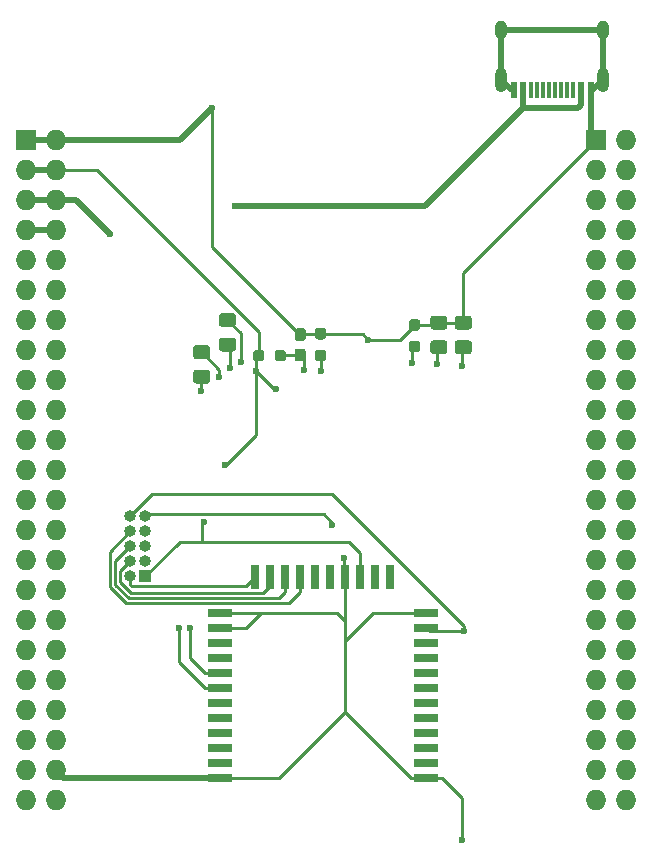
<source format=gbr>
%TF.GenerationSoftware,KiCad,Pcbnew,(5.1.7-0-10_14)*%
%TF.CreationDate,2020-11-05T11:20:50+08:00*%
%TF.ProjectId,bbb_cape,6262625f-6361-4706-952e-6b696361645f,rev?*%
%TF.SameCoordinates,Original*%
%TF.FileFunction,Copper,L2,Bot*%
%TF.FilePolarity,Positive*%
%FSLAX46Y46*%
G04 Gerber Fmt 4.6, Leading zero omitted, Abs format (unit mm)*
G04 Created by KiCad (PCBNEW (5.1.7-0-10_14)) date 2020-11-05 11:20:50*
%MOMM*%
%LPD*%
G01*
G04 APERTURE LIST*
%TA.AperFunction,ComponentPad*%
%ADD10O,1.000000X1.000000*%
%TD*%
%TA.AperFunction,ComponentPad*%
%ADD11R,1.000000X1.000000*%
%TD*%
%TA.AperFunction,SMDPad,CuDef*%
%ADD12R,0.600000X1.450000*%
%TD*%
%TA.AperFunction,SMDPad,CuDef*%
%ADD13R,0.300000X1.450000*%
%TD*%
%TA.AperFunction,ComponentPad*%
%ADD14O,1.000000X2.100000*%
%TD*%
%TA.AperFunction,ComponentPad*%
%ADD15O,1.000000X1.600000*%
%TD*%
%TA.AperFunction,SMDPad,CuDef*%
%ADD16R,0.800001X2.000001*%
%TD*%
%TA.AperFunction,SMDPad,CuDef*%
%ADD17R,2.000001X0.800001*%
%TD*%
%TA.AperFunction,ComponentPad*%
%ADD18R,1.727200X1.727200*%
%TD*%
%TA.AperFunction,ComponentPad*%
%ADD19O,1.727200X1.727200*%
%TD*%
%TA.AperFunction,ViaPad*%
%ADD20C,0.600000*%
%TD*%
%TA.AperFunction,Conductor*%
%ADD21C,0.250000*%
%TD*%
%TA.AperFunction,Conductor*%
%ADD22C,0.500000*%
%TD*%
G04 APERTURE END LIST*
D10*
%TO.P,CON1,9*%
%TO.N,GND*%
X126485100Y-94222400D03*
%TO.P,CON1,10*%
%TO.N,/nRESET*%
X125215100Y-94222400D03*
%TO.P,CON1,7*%
%TO.N,Net-(CON1-Pad7)*%
X126485100Y-95492400D03*
%TO.P,CON1,8*%
%TO.N,/DIO_17*%
X125215100Y-95492400D03*
%TO.P,CON1,5*%
%TO.N,/TXD*%
X126485100Y-96762400D03*
%TO.P,CON1,6*%
%TO.N,/DIO_16*%
X125215100Y-96762400D03*
%TO.P,CON1,3*%
%TO.N,/RXD*%
X126485100Y-98032400D03*
%TO.P,CON1,4*%
%TO.N,/JTAG_TCK*%
X125215100Y-98032400D03*
%TO.P,CON1,2*%
%TO.N,/JTAG_TMS*%
X125215100Y-99302400D03*
D11*
%TO.P,CON1,1*%
%TO.N,+3V3*%
X126485100Y-99302400D03*
%TD*%
%TO.P,R3,2*%
%TO.N,GND*%
%TA.AperFunction,SMDPad,CuDef*%
G36*
G01*
X141567600Y-79257400D02*
X141092600Y-79257400D01*
G75*
G02*
X140855100Y-79019900I0J237500D01*
G01*
X140855100Y-78519900D01*
G75*
G02*
X141092600Y-78282400I237500J0D01*
G01*
X141567600Y-78282400D01*
G75*
G02*
X141805100Y-78519900I0J-237500D01*
G01*
X141805100Y-79019900D01*
G75*
G02*
X141567600Y-79257400I-237500J0D01*
G01*
G37*
%TD.AperFunction*%
%TO.P,R3,1*%
%TO.N,Net-(OLED1-Pad13)*%
%TA.AperFunction,SMDPad,CuDef*%
G36*
G01*
X141567600Y-81082400D02*
X141092600Y-81082400D01*
G75*
G02*
X140855100Y-80844900I0J237500D01*
G01*
X140855100Y-80344900D01*
G75*
G02*
X141092600Y-80107400I237500J0D01*
G01*
X141567600Y-80107400D01*
G75*
G02*
X141805100Y-80344900I0J-237500D01*
G01*
X141805100Y-80844900D01*
G75*
G02*
X141567600Y-81082400I-237500J0D01*
G01*
G37*
%TD.AperFunction*%
%TD*%
%TO.P,R2,2*%
%TO.N,Net-(C2-Pad1)*%
%TA.AperFunction,SMDPad,CuDef*%
G36*
G01*
X137435100Y-80859900D02*
X137435100Y-80384900D01*
G75*
G02*
X137672600Y-80147400I237500J0D01*
G01*
X138172600Y-80147400D01*
G75*
G02*
X138410100Y-80384900I0J-237500D01*
G01*
X138410100Y-80859900D01*
G75*
G02*
X138172600Y-81097400I-237500J0D01*
G01*
X137672600Y-81097400D01*
G75*
G02*
X137435100Y-80859900I0J237500D01*
G01*
G37*
%TD.AperFunction*%
%TO.P,R2,1*%
%TO.N,+3V3*%
%TA.AperFunction,SMDPad,CuDef*%
G36*
G01*
X135610100Y-80859900D02*
X135610100Y-80384900D01*
G75*
G02*
X135847600Y-80147400I237500J0D01*
G01*
X136347600Y-80147400D01*
G75*
G02*
X136585100Y-80384900I0J-237500D01*
G01*
X136585100Y-80859900D01*
G75*
G02*
X136347600Y-81097400I-237500J0D01*
G01*
X135847600Y-81097400D01*
G75*
G02*
X135610100Y-80859900I0J237500D01*
G01*
G37*
%TD.AperFunction*%
%TD*%
%TO.P,R1,2*%
%TO.N,Net-(OLED1-Pad24)*%
%TA.AperFunction,SMDPad,CuDef*%
G36*
G01*
X149052600Y-79357400D02*
X149527600Y-79357400D01*
G75*
G02*
X149765100Y-79594900I0J-237500D01*
G01*
X149765100Y-80094900D01*
G75*
G02*
X149527600Y-80332400I-237500J0D01*
G01*
X149052600Y-80332400D01*
G75*
G02*
X148815100Y-80094900I0J237500D01*
G01*
X148815100Y-79594900D01*
G75*
G02*
X149052600Y-79357400I237500J0D01*
G01*
G37*
%TD.AperFunction*%
%TO.P,R1,1*%
%TO.N,GND*%
%TA.AperFunction,SMDPad,CuDef*%
G36*
G01*
X149052600Y-77532400D02*
X149527600Y-77532400D01*
G75*
G02*
X149765100Y-77769900I0J-237500D01*
G01*
X149765100Y-78269900D01*
G75*
G02*
X149527600Y-78507400I-237500J0D01*
G01*
X149052600Y-78507400D01*
G75*
G02*
X148815100Y-78269900I0J237500D01*
G01*
X148815100Y-77769900D01*
G75*
G02*
X149052600Y-77532400I237500J0D01*
G01*
G37*
%TD.AperFunction*%
%TD*%
%TO.P,C6,2*%
%TO.N,Net-(C6-Pad2)*%
%TA.AperFunction,SMDPad,CuDef*%
G36*
G01*
X152945100Y-79322400D02*
X153895100Y-79322400D01*
G75*
G02*
X154145100Y-79572400I0J-250000D01*
G01*
X154145100Y-80247400D01*
G75*
G02*
X153895100Y-80497400I-250000J0D01*
G01*
X152945100Y-80497400D01*
G75*
G02*
X152695100Y-80247400I0J250000D01*
G01*
X152695100Y-79572400D01*
G75*
G02*
X152945100Y-79322400I250000J0D01*
G01*
G37*
%TD.AperFunction*%
%TO.P,C6,1*%
%TO.N,GND*%
%TA.AperFunction,SMDPad,CuDef*%
G36*
G01*
X152945100Y-77247400D02*
X153895100Y-77247400D01*
G75*
G02*
X154145100Y-77497400I0J-250000D01*
G01*
X154145100Y-78172400D01*
G75*
G02*
X153895100Y-78422400I-250000J0D01*
G01*
X152945100Y-78422400D01*
G75*
G02*
X152695100Y-78172400I0J250000D01*
G01*
X152695100Y-77497400D01*
G75*
G02*
X152945100Y-77247400I250000J0D01*
G01*
G37*
%TD.AperFunction*%
%TD*%
%TO.P,C5,2*%
%TO.N,Net-(C5-Pad2)*%
%TA.AperFunction,SMDPad,CuDef*%
G36*
G01*
X150875100Y-79322400D02*
X151825100Y-79322400D01*
G75*
G02*
X152075100Y-79572400I0J-250000D01*
G01*
X152075100Y-80247400D01*
G75*
G02*
X151825100Y-80497400I-250000J0D01*
G01*
X150875100Y-80497400D01*
G75*
G02*
X150625100Y-80247400I0J250000D01*
G01*
X150625100Y-79572400D01*
G75*
G02*
X150875100Y-79322400I250000J0D01*
G01*
G37*
%TD.AperFunction*%
%TO.P,C5,1*%
%TO.N,GND*%
%TA.AperFunction,SMDPad,CuDef*%
G36*
G01*
X150875100Y-77247400D02*
X151825100Y-77247400D01*
G75*
G02*
X152075100Y-77497400I0J-250000D01*
G01*
X152075100Y-78172400D01*
G75*
G02*
X151825100Y-78422400I-250000J0D01*
G01*
X150875100Y-78422400D01*
G75*
G02*
X150625100Y-78172400I0J250000D01*
G01*
X150625100Y-77497400D01*
G75*
G02*
X150875100Y-77247400I250000J0D01*
G01*
G37*
%TD.AperFunction*%
%TD*%
%TO.P,C4,2*%
%TO.N,Net-(C4-Pad2)*%
%TA.AperFunction,SMDPad,CuDef*%
G36*
G01*
X133925100Y-78202400D02*
X132975100Y-78202400D01*
G75*
G02*
X132725100Y-77952400I0J250000D01*
G01*
X132725100Y-77277400D01*
G75*
G02*
X132975100Y-77027400I250000J0D01*
G01*
X133925100Y-77027400D01*
G75*
G02*
X134175100Y-77277400I0J-250000D01*
G01*
X134175100Y-77952400D01*
G75*
G02*
X133925100Y-78202400I-250000J0D01*
G01*
G37*
%TD.AperFunction*%
%TO.P,C4,1*%
%TO.N,Net-(C4-Pad1)*%
%TA.AperFunction,SMDPad,CuDef*%
G36*
G01*
X133925100Y-80277400D02*
X132975100Y-80277400D01*
G75*
G02*
X132725100Y-80027400I0J250000D01*
G01*
X132725100Y-79352400D01*
G75*
G02*
X132975100Y-79102400I250000J0D01*
G01*
X133925100Y-79102400D01*
G75*
G02*
X134175100Y-79352400I0J-250000D01*
G01*
X134175100Y-80027400D01*
G75*
G02*
X133925100Y-80277400I-250000J0D01*
G01*
G37*
%TD.AperFunction*%
%TD*%
%TO.P,C3,2*%
%TO.N,Net-(C3-Pad2)*%
%TA.AperFunction,SMDPad,CuDef*%
G36*
G01*
X131735100Y-80922400D02*
X130785100Y-80922400D01*
G75*
G02*
X130535100Y-80672400I0J250000D01*
G01*
X130535100Y-79997400D01*
G75*
G02*
X130785100Y-79747400I250000J0D01*
G01*
X131735100Y-79747400D01*
G75*
G02*
X131985100Y-79997400I0J-250000D01*
G01*
X131985100Y-80672400D01*
G75*
G02*
X131735100Y-80922400I-250000J0D01*
G01*
G37*
%TD.AperFunction*%
%TO.P,C3,1*%
%TO.N,Net-(C3-Pad1)*%
%TA.AperFunction,SMDPad,CuDef*%
G36*
G01*
X131735100Y-82997400D02*
X130785100Y-82997400D01*
G75*
G02*
X130535100Y-82747400I0J250000D01*
G01*
X130535100Y-82072400D01*
G75*
G02*
X130785100Y-81822400I250000J0D01*
G01*
X131735100Y-81822400D01*
G75*
G02*
X131985100Y-82072400I0J-250000D01*
G01*
X131985100Y-82747400D01*
G75*
G02*
X131735100Y-82997400I-250000J0D01*
G01*
G37*
%TD.AperFunction*%
%TD*%
%TO.P,C2,2*%
%TO.N,GND*%
%TA.AperFunction,SMDPad,CuDef*%
G36*
G01*
X139847600Y-79377400D02*
X139372600Y-79377400D01*
G75*
G02*
X139135100Y-79139900I0J237500D01*
G01*
X139135100Y-78539900D01*
G75*
G02*
X139372600Y-78302400I237500J0D01*
G01*
X139847600Y-78302400D01*
G75*
G02*
X140085100Y-78539900I0J-237500D01*
G01*
X140085100Y-79139900D01*
G75*
G02*
X139847600Y-79377400I-237500J0D01*
G01*
G37*
%TD.AperFunction*%
%TO.P,C2,1*%
%TO.N,Net-(C2-Pad1)*%
%TA.AperFunction,SMDPad,CuDef*%
G36*
G01*
X139847600Y-81102400D02*
X139372600Y-81102400D01*
G75*
G02*
X139135100Y-80864900I0J237500D01*
G01*
X139135100Y-80264900D01*
G75*
G02*
X139372600Y-80027400I237500J0D01*
G01*
X139847600Y-80027400D01*
G75*
G02*
X140085100Y-80264900I0J-237500D01*
G01*
X140085100Y-80864900D01*
G75*
G02*
X139847600Y-81102400I-237500J0D01*
G01*
G37*
%TD.AperFunction*%
%TD*%
D12*
%TO.P,J1,B1*%
%TO.N,GND*%
X164190100Y-58167400D03*
%TO.P,J1,A9*%
%TO.N,+5V*%
X163390100Y-58167400D03*
%TO.P,J1,B9*%
X158490100Y-58167400D03*
%TO.P,J1,B12*%
%TO.N,GND*%
X157690100Y-58167400D03*
%TO.P,J1,A1*%
X157690100Y-58167400D03*
%TO.P,J1,A4*%
%TO.N,+5V*%
X158490100Y-58167400D03*
%TO.P,J1,B4*%
X163390100Y-58167400D03*
%TO.P,J1,A12*%
%TO.N,GND*%
X164190100Y-58167400D03*
D13*
%TO.P,J1,B8*%
%TO.N,Net-(J1-PadB8)*%
X159190100Y-58167400D03*
%TO.P,J1,A5*%
%TO.N,Net-(J1-PadA5)*%
X159690100Y-58167400D03*
%TO.P,J1,B7*%
%TO.N,Net-(J1-PadB7)*%
X160190100Y-58167400D03*
%TO.P,J1,A7*%
%TO.N,Net-(J1-PadA7)*%
X161190100Y-58167400D03*
%TO.P,J1,B6*%
%TO.N,Net-(J1-PadB6)*%
X161690100Y-58167400D03*
%TO.P,J1,A8*%
%TO.N,Net-(J1-PadA8)*%
X162190100Y-58167400D03*
%TO.P,J1,B5*%
%TO.N,Net-(J1-PadB5)*%
X162690100Y-58167400D03*
%TO.P,J1,A6*%
%TO.N,Net-(J1-PadA6)*%
X160690100Y-58167400D03*
D14*
%TO.P,J1,S1*%
%TO.N,GND*%
X165260100Y-57252400D03*
X156620100Y-57252400D03*
D15*
X156620100Y-53072400D03*
X165260100Y-53072400D03*
%TD*%
D16*
%TO.P,U1,13*%
%TO.N,/JTAG_TMS*%
X135815054Y-99372400D03*
%TO.P,U1,14*%
%TO.N,/JTAG_TCK*%
X137085054Y-99372400D03*
%TO.P,U1,15*%
%TO.N,/DIO_16*%
X138355054Y-99372400D03*
%TO.P,U1,16*%
%TO.N,/DIO_17*%
X139625054Y-99372400D03*
D17*
%TO.P,U1,1*%
%TO.N,GND*%
X132780008Y-116377446D03*
%TO.P,U1,2*%
%TO.N,/DIO_7*%
X132780008Y-115107446D03*
%TO.P,U1,3*%
%TO.N,/DIO_8*%
X132780008Y-113837446D03*
%TO.P,U1,4*%
%TO.N,/DIO_9*%
X132780008Y-112567446D03*
%TO.P,U1,5*%
%TO.N,/DIO_10*%
X132780008Y-111297446D03*
%TO.P,U1,6*%
%TO.N,/DIO_11*%
X132780008Y-110027446D03*
%TO.P,U1,7*%
%TO.N,/RXD*%
X132780008Y-108757446D03*
%TO.P,U1,8*%
%TO.N,/TXD*%
X132780008Y-107487446D03*
%TO.P,U1,9*%
%TO.N,/DIO_14*%
X132780008Y-106217446D03*
%TO.P,U1,10*%
%TO.N,/DIO_15*%
X132780008Y-104947446D03*
%TO.P,U1,11*%
%TO.N,GND*%
X132780008Y-103677446D03*
%TO.P,U1,12*%
X132780008Y-102407446D03*
%TO.P,U1,23*%
X150280100Y-102407446D03*
%TO.P,U1,24*%
%TO.N,/nRESET*%
X150280100Y-103677446D03*
%TO.P,U1,25*%
%TO.N,/DIO_22*%
X150280100Y-104947446D03*
%TO.P,U1,26*%
%TO.N,/DIO_23*%
X150280100Y-106217446D03*
%TO.P,U1,27*%
%TO.N,/DIO_24*%
X150280100Y-107487446D03*
%TO.P,U1,28*%
%TO.N,/DIO_25*%
X150280100Y-108757446D03*
%TO.P,U1,29*%
%TO.N,/DIO_26*%
X150280100Y-110027446D03*
%TO.P,U1,30*%
%TO.N,/DIO_27*%
X150280100Y-111297446D03*
%TO.P,U1,31*%
%TO.N,/DIO_28*%
X150280100Y-112567446D03*
%TO.P,U1,32*%
%TO.N,/DIO_29*%
X150280100Y-113837446D03*
%TO.P,U1,33*%
%TO.N,/DIO_30*%
X150280100Y-115107446D03*
%TO.P,U1,34*%
%TO.N,GND*%
X150280100Y-116377446D03*
D16*
%TO.P,U1,17*%
%TO.N,/DIO_18*%
X140895054Y-99372400D03*
%TO.P,U1,18*%
%TO.N,/DIO_19*%
X142165054Y-99372400D03*
%TO.P,U1,19*%
%TO.N,GND*%
X143435054Y-99372400D03*
%TO.P,U1,20*%
%TO.N,+3V3*%
X144705054Y-99372400D03*
%TO.P,U1,21*%
%TO.N,/DIO_20*%
X145975054Y-99372400D03*
%TO.P,U1,22*%
%TO.N,/DIO_21*%
X147245054Y-99372400D03*
%TD*%
D18*
%TO.P,P8,1*%
%TO.N,GND*%
X164630100Y-62382400D03*
D19*
%TO.P,P8,2*%
X167170100Y-62382400D03*
%TO.P,P8,3*%
%TO.N,Net-(P8-Pad3)*%
X164630100Y-64922400D03*
%TO.P,P8,4*%
%TO.N,Net-(P8-Pad4)*%
X167170100Y-64922400D03*
%TO.P,P8,5*%
%TO.N,Net-(P8-Pad5)*%
X164630100Y-67462400D03*
%TO.P,P8,6*%
%TO.N,Net-(P8-Pad6)*%
X167170100Y-67462400D03*
%TO.P,P8,7*%
%TO.N,Net-(P8-Pad7)*%
X164630100Y-70002400D03*
%TO.P,P8,8*%
%TO.N,Net-(P8-Pad8)*%
X167170100Y-70002400D03*
%TO.P,P8,9*%
%TO.N,Net-(P8-Pad9)*%
X164630100Y-72542400D03*
%TO.P,P8,10*%
%TO.N,Net-(P8-Pad10)*%
X167170100Y-72542400D03*
%TO.P,P8,11*%
%TO.N,Net-(P8-Pad11)*%
X164630100Y-75082400D03*
%TO.P,P8,12*%
%TO.N,Net-(P8-Pad12)*%
X167170100Y-75082400D03*
%TO.P,P8,13*%
%TO.N,Net-(P8-Pad13)*%
X164630100Y-77622400D03*
%TO.P,P8,14*%
%TO.N,Net-(P8-Pad14)*%
X167170100Y-77622400D03*
%TO.P,P8,15*%
%TO.N,Net-(P8-Pad15)*%
X164630100Y-80162400D03*
%TO.P,P8,16*%
%TO.N,Net-(P8-Pad16)*%
X167170100Y-80162400D03*
%TO.P,P8,17*%
%TO.N,Net-(P8-Pad17)*%
X164630100Y-82702400D03*
%TO.P,P8,18*%
%TO.N,Net-(P8-Pad18)*%
X167170100Y-82702400D03*
%TO.P,P8,19*%
%TO.N,Net-(P8-Pad19)*%
X164630100Y-85242400D03*
%TO.P,P8,20*%
%TO.N,Net-(P8-Pad20)*%
X167170100Y-85242400D03*
%TO.P,P8,21*%
%TO.N,Net-(P8-Pad21)*%
X164630100Y-87782400D03*
%TO.P,P8,22*%
%TO.N,Net-(P8-Pad22)*%
X167170100Y-87782400D03*
%TO.P,P8,23*%
%TO.N,Net-(P8-Pad23)*%
X164630100Y-90322400D03*
%TO.P,P8,24*%
%TO.N,Net-(P8-Pad24)*%
X167170100Y-90322400D03*
%TO.P,P8,25*%
%TO.N,Net-(P8-Pad25)*%
X164630100Y-92862400D03*
%TO.P,P8,26*%
%TO.N,Net-(P8-Pad26)*%
X167170100Y-92862400D03*
%TO.P,P8,27*%
%TO.N,Net-(P8-Pad27)*%
X164630100Y-95402400D03*
%TO.P,P8,28*%
%TO.N,Net-(P8-Pad28)*%
X167170100Y-95402400D03*
%TO.P,P8,29*%
%TO.N,Net-(P8-Pad29)*%
X164630100Y-97942400D03*
%TO.P,P8,30*%
%TO.N,Net-(P8-Pad30)*%
X167170100Y-97942400D03*
%TO.P,P8,31*%
%TO.N,Net-(P8-Pad31)*%
X164630100Y-100482400D03*
%TO.P,P8,32*%
%TO.N,Net-(P8-Pad32)*%
X167170100Y-100482400D03*
%TO.P,P8,33*%
%TO.N,Net-(P8-Pad33)*%
X164630100Y-103022400D03*
%TO.P,P8,34*%
%TO.N,Net-(P8-Pad34)*%
X167170100Y-103022400D03*
%TO.P,P8,35*%
%TO.N,Net-(P8-Pad35)*%
X164630100Y-105562400D03*
%TO.P,P8,36*%
%TO.N,Net-(P8-Pad36)*%
X167170100Y-105562400D03*
%TO.P,P8,37*%
%TO.N,Net-(P8-Pad37)*%
X164630100Y-108102400D03*
%TO.P,P8,38*%
%TO.N,Net-(P8-Pad38)*%
X167170100Y-108102400D03*
%TO.P,P8,39*%
%TO.N,Net-(P8-Pad39)*%
X164630100Y-110642400D03*
%TO.P,P8,40*%
%TO.N,Net-(P8-Pad40)*%
X167170100Y-110642400D03*
%TO.P,P8,41*%
%TO.N,Net-(P8-Pad41)*%
X164630100Y-113182400D03*
%TO.P,P8,42*%
%TO.N,Net-(P8-Pad42)*%
X167170100Y-113182400D03*
%TO.P,P8,43*%
%TO.N,Net-(P8-Pad43)*%
X164630100Y-115722400D03*
%TO.P,P8,44*%
%TO.N,Net-(P8-Pad44)*%
X167170100Y-115722400D03*
%TO.P,P8,45*%
%TO.N,Net-(P8-Pad45)*%
X164630100Y-118262400D03*
%TO.P,P8,46*%
%TO.N,Net-(P8-Pad46)*%
X167170100Y-118262400D03*
%TD*%
D18*
%TO.P,P9,1*%
%TO.N,GND*%
X116370100Y-62382400D03*
D19*
%TO.P,P9,2*%
X118910100Y-62382400D03*
%TO.P,P9,3*%
%TO.N,+3V3*%
X116370100Y-64922400D03*
%TO.P,P9,4*%
X118910100Y-64922400D03*
%TO.P,P9,5*%
%TO.N,+5V*%
X116370100Y-67462400D03*
%TO.P,P9,6*%
X118910100Y-67462400D03*
%TO.P,P9,7*%
%TO.N,SYS_5V*%
X116370100Y-70002400D03*
%TO.P,P9,8*%
X118910100Y-70002400D03*
%TO.P,P9,9*%
%TO.N,PWR_BUT*%
X116370100Y-72542400D03*
%TO.P,P9,10*%
%TO.N,SYS_RESETN*%
X118910100Y-72542400D03*
%TO.P,P9,11*%
%TO.N,Net-(P9-Pad11)*%
X116370100Y-75082400D03*
%TO.P,P9,12*%
%TO.N,Net-(P9-Pad12)*%
X118910100Y-75082400D03*
%TO.P,P9,13*%
%TO.N,Net-(P9-Pad13)*%
X116370100Y-77622400D03*
%TO.P,P9,14*%
%TO.N,Net-(P9-Pad14)*%
X118910100Y-77622400D03*
%TO.P,P9,15*%
%TO.N,Net-(P9-Pad15)*%
X116370100Y-80162400D03*
%TO.P,P9,16*%
%TO.N,Net-(P9-Pad16)*%
X118910100Y-80162400D03*
%TO.P,P9,17*%
%TO.N,Net-(P9-Pad17)*%
X116370100Y-82702400D03*
%TO.P,P9,18*%
%TO.N,Net-(P9-Pad18)*%
X118910100Y-82702400D03*
%TO.P,P9,19*%
%TO.N,/I2C2_SCL*%
X116370100Y-85242400D03*
%TO.P,P9,20*%
%TO.N,/I2C2_SDA*%
X118910100Y-85242400D03*
%TO.P,P9,21*%
%TO.N,Net-(P9-Pad21)*%
X116370100Y-87782400D03*
%TO.P,P9,22*%
%TO.N,Net-(P9-Pad22)*%
X118910100Y-87782400D03*
%TO.P,P9,23*%
%TO.N,Net-(P9-Pad23)*%
X116370100Y-90322400D03*
%TO.P,P9,24*%
%TO.N,/RXD*%
X118910100Y-90322400D03*
%TO.P,P9,25*%
%TO.N,Net-(P9-Pad25)*%
X116370100Y-92862400D03*
%TO.P,P9,26*%
%TO.N,/TXD*%
X118910100Y-92862400D03*
%TO.P,P9,27*%
%TO.N,Net-(P9-Pad27)*%
X116370100Y-95402400D03*
%TO.P,P9,28*%
%TO.N,Net-(P9-Pad28)*%
X118910100Y-95402400D03*
%TO.P,P9,29*%
%TO.N,Net-(P9-Pad29)*%
X116370100Y-97942400D03*
%TO.P,P9,30*%
%TO.N,Net-(P9-Pad30)*%
X118910100Y-97942400D03*
%TO.P,P9,31*%
%TO.N,Net-(P9-Pad31)*%
X116370100Y-100482400D03*
%TO.P,P9,32*%
%TO.N,VDD_ADC*%
X118910100Y-100482400D03*
%TO.P,P9,33*%
%TO.N,Net-(P9-Pad33)*%
X116370100Y-103022400D03*
%TO.P,P9,34*%
%TO.N,GNDA_ADC*%
X118910100Y-103022400D03*
%TO.P,P9,35*%
%TO.N,Net-(P9-Pad35)*%
X116370100Y-105562400D03*
%TO.P,P9,36*%
%TO.N,Net-(P9-Pad36)*%
X118910100Y-105562400D03*
%TO.P,P9,37*%
%TO.N,Net-(P9-Pad37)*%
X116370100Y-108102400D03*
%TO.P,P9,38*%
%TO.N,Net-(P9-Pad38)*%
X118910100Y-108102400D03*
%TO.P,P9,39*%
%TO.N,Net-(P9-Pad39)*%
X116370100Y-110642400D03*
%TO.P,P9,40*%
%TO.N,Net-(P9-Pad40)*%
X118910100Y-110642400D03*
%TO.P,P9,41*%
%TO.N,Net-(P9-Pad41)*%
X116370100Y-113182400D03*
%TO.P,P9,42*%
%TO.N,Net-(P9-Pad42)*%
X118910100Y-113182400D03*
%TO.P,P9,43*%
%TO.N,GND*%
X116370100Y-115722400D03*
%TO.P,P9,44*%
X118910100Y-115722400D03*
%TO.P,P9,45*%
X116370100Y-118262400D03*
%TO.P,P9,46*%
X118910100Y-118262400D03*
%TD*%
D20*
%TO.N,+3V3*%
X135840100Y-81922400D03*
X131480100Y-94672400D03*
X133280100Y-89882400D03*
X137590100Y-83432400D03*
%TO.N,+5V*%
X134100100Y-67962400D03*
X123500100Y-70342400D03*
%TO.N,/nRESET*%
X153510100Y-103972400D03*
%TO.N,GND*%
X145380100Y-79262400D03*
X143350100Y-97742400D03*
X142320100Y-94932400D03*
X132160100Y-59622400D03*
X153280100Y-121622400D03*
%TO.N,/RXD*%
X129330100Y-103672400D03*
%TO.N,/TXD*%
X130290100Y-103702400D03*
%TO.N,Net-(C2-Pad1)*%
X139950100Y-81832400D03*
%TO.N,Net-(C3-Pad2)*%
X132770100Y-82432400D03*
%TO.N,Net-(C3-Pad1)*%
X131210100Y-83642400D03*
%TO.N,Net-(C4-Pad2)*%
X134580100Y-81172400D03*
%TO.N,Net-(C4-Pad1)*%
X133640100Y-81702400D03*
%TO.N,Net-(C5-Pad2)*%
X151230100Y-81362400D03*
%TO.N,Net-(C6-Pad2)*%
X153270100Y-81462400D03*
%TO.N,Net-(OLED1-Pad13)*%
X141410100Y-81922400D03*
%TO.N,Net-(OLED1-Pad24)*%
X149050100Y-81262400D03*
%TD*%
D21*
%TO.N,+3V3*%
X135840100Y-80879900D02*
X136097600Y-80622400D01*
X135840100Y-81922400D02*
X135840100Y-80879900D01*
X126485100Y-99302400D02*
X129415100Y-96372400D01*
X144705054Y-97317354D02*
X144705054Y-99372400D01*
X143760100Y-96372400D02*
X144705054Y-97317354D01*
X131280100Y-96372400D02*
X131280100Y-94872400D01*
X131280100Y-94872400D02*
X131480100Y-94672400D01*
X129415100Y-96372400D02*
X131280100Y-96372400D01*
X131280100Y-96372400D02*
X143760100Y-96372400D01*
X133280100Y-89882400D02*
X133310100Y-89912400D01*
X135840100Y-87382400D02*
X135840100Y-81922400D01*
X133310100Y-89912400D02*
X135840100Y-87382400D01*
X122383290Y-64922400D02*
X118910100Y-64922400D01*
X136097600Y-78636710D02*
X122383290Y-64922400D01*
X136097600Y-80622400D02*
X136097600Y-78636710D01*
D22*
X118910100Y-64922400D02*
X116370100Y-64922400D01*
D21*
X137350100Y-83432400D02*
X135840100Y-81922400D01*
X137590100Y-83432400D02*
X137350100Y-83432400D01*
D22*
%TO.N,+5V*%
X118910100Y-67462400D02*
X116370100Y-67462400D01*
X158490100Y-59635606D02*
X150163306Y-67962400D01*
X158490100Y-58167400D02*
X158490100Y-59635606D01*
X150163306Y-67962400D02*
X134100100Y-67962400D01*
X120620100Y-67462400D02*
X118910100Y-67462400D01*
X123500100Y-70342400D02*
X120620100Y-67462400D01*
X163146894Y-59635606D02*
X158490100Y-59635606D01*
X163390100Y-59392400D02*
X163146894Y-59635606D01*
X163390100Y-58167400D02*
X163390100Y-59392400D01*
%TO.N,SYS_5V*%
X116370100Y-70002400D02*
X118910100Y-70002400D01*
D21*
%TO.N,/nRESET*%
X150575054Y-103972400D02*
X150280100Y-103677446D01*
X153510100Y-103972400D02*
X150575054Y-103972400D01*
X153510100Y-103548136D02*
X142324364Y-92362400D01*
X153510100Y-103972400D02*
X153510100Y-103548136D01*
X127075100Y-92362400D02*
X125215100Y-94222400D01*
X142324364Y-92362400D02*
X127075100Y-92362400D01*
%TO.N,GND*%
X139680100Y-78769900D02*
X139610100Y-78839900D01*
X141330100Y-78769900D02*
X139680100Y-78769900D01*
X151165100Y-78019900D02*
X151350100Y-77834900D01*
X149290100Y-78019900D02*
X151165100Y-78019900D01*
X151350100Y-77834900D02*
X153420100Y-77834900D01*
X144887600Y-78769900D02*
X141330100Y-78769900D01*
X145380100Y-79262400D02*
X144887600Y-78769900D01*
X148047600Y-79262400D02*
X149290100Y-78019900D01*
X145380100Y-79262400D02*
X148047600Y-79262400D01*
X149030100Y-116377446D02*
X143435054Y-110782400D01*
X150280100Y-116377446D02*
X149030100Y-116377446D01*
X137840008Y-116377446D02*
X143435054Y-110782400D01*
X132780008Y-116377446D02*
X137840008Y-116377446D01*
X142765146Y-102407446D02*
X143435054Y-103077354D01*
X143435054Y-103077354D02*
X143435054Y-99372400D01*
X135045054Y-103677446D02*
X136315054Y-102407446D01*
X136315054Y-102407446D02*
X142765146Y-102407446D01*
X132780008Y-103677446D02*
X135045054Y-103677446D01*
X132780008Y-102407446D02*
X136315054Y-102407446D01*
X150280100Y-102407446D02*
X145815054Y-102407446D01*
X145815054Y-102407446D02*
X143435054Y-104787446D01*
X143435054Y-104787446D02*
X143435054Y-103077354D01*
X143435054Y-110782400D02*
X143435054Y-104787446D01*
X143350100Y-99287446D02*
X143435054Y-99372400D01*
X143350100Y-97742400D02*
X143350100Y-99287446D01*
X126660101Y-94047399D02*
X141605099Y-94047399D01*
X126485100Y-94222400D02*
X126660101Y-94047399D01*
X142320100Y-94762400D02*
X142320100Y-94932400D01*
X141605099Y-94047399D02*
X142320100Y-94762400D01*
X132160100Y-71389900D02*
X132160100Y-59622400D01*
X139610100Y-78839900D02*
X132160100Y-71389900D01*
D22*
X156620100Y-57252400D02*
X156620100Y-53072400D01*
X165260100Y-57252400D02*
X165260100Y-53072400D01*
X164345100Y-58167400D02*
X165260100Y-57252400D01*
X164190100Y-58167400D02*
X164345100Y-58167400D01*
X165260100Y-53072400D02*
X156620100Y-53072400D01*
X157535100Y-58167400D02*
X156620100Y-57252400D01*
X157690100Y-58167400D02*
X157535100Y-58167400D01*
X164190100Y-61942400D02*
X164630100Y-62382400D01*
X164190100Y-58167400D02*
X164190100Y-61942400D01*
D21*
X153420100Y-73592400D02*
X164630100Y-62382400D01*
X153420100Y-77834900D02*
X153420100Y-73592400D01*
D22*
X116370100Y-62382400D02*
X118910100Y-62382400D01*
X129400100Y-62382400D02*
X132160100Y-59622400D01*
X118910100Y-62382400D02*
X129400100Y-62382400D01*
D21*
X150280100Y-116377446D02*
X151595146Y-116377446D01*
X153280100Y-118062400D02*
X153280100Y-121622400D01*
X151595146Y-116377446D02*
X153280100Y-118062400D01*
D22*
X119565146Y-116377446D02*
X118910100Y-115722400D01*
X132780008Y-116377446D02*
X119565146Y-116377446D01*
D21*
%TO.N,/RXD*%
X129330100Y-106557538D02*
X129330100Y-103672400D01*
X131530008Y-108757446D02*
X129330100Y-106557538D01*
X132780008Y-108757446D02*
X131530008Y-108757446D01*
%TO.N,/TXD*%
X130290100Y-106247538D02*
X130290100Y-103702400D01*
X131530008Y-107487446D02*
X130290100Y-106247538D01*
X132780008Y-107487446D02*
X131530008Y-107487446D01*
%TO.N,/JTAG_TMS*%
X135815054Y-99372400D02*
X135750100Y-99372400D01*
X125215100Y-100009506D02*
X125215100Y-99302400D01*
X125332995Y-100127401D02*
X125215100Y-100009506D01*
X134995099Y-100127401D02*
X125332995Y-100127401D01*
X135750100Y-99372400D02*
X134995099Y-100127401D01*
%TO.N,/JTAG_TCK*%
X124390099Y-98857401D02*
X125215100Y-98032400D01*
X125266586Y-100697402D02*
X124390099Y-99820915D01*
X124390099Y-99820915D02*
X124390099Y-98857401D01*
X136475056Y-100697402D02*
X125266586Y-100697402D01*
X137085054Y-100087404D02*
X136475056Y-100697402D01*
X137085054Y-99372400D02*
X137085054Y-100087404D01*
%TO.N,/DIO_16*%
X123940089Y-98037411D02*
X125215100Y-96762400D01*
X123940089Y-100007315D02*
X123940089Y-98037411D01*
X125080185Y-101147411D02*
X123940089Y-100007315D01*
X138355054Y-100622400D02*
X137830042Y-101147412D01*
X137830042Y-101147412D02*
X125080185Y-101147411D01*
X138355054Y-99372400D02*
X138355054Y-100622400D01*
%TO.N,/DIO_17*%
X123490079Y-97217421D02*
X125215100Y-95492400D01*
X123490079Y-100193715D02*
X123490079Y-97217421D01*
X124893784Y-101597420D02*
X123490079Y-100193715D01*
X138650034Y-101597420D02*
X124893784Y-101597420D01*
X139625054Y-100622400D02*
X138650034Y-101597420D01*
X139625054Y-99372400D02*
X139625054Y-100622400D01*
%TO.N,Net-(C2-Pad1)*%
X139950100Y-80904900D02*
X139610100Y-80564900D01*
X139950100Y-81832400D02*
X139950100Y-80904900D01*
X137980100Y-80564900D02*
X137922600Y-80622400D01*
X139610100Y-80564900D02*
X137980100Y-80564900D01*
%TO.N,Net-(C3-Pad2)*%
X132770100Y-81844900D02*
X131260100Y-80334900D01*
X132770100Y-82432400D02*
X132770100Y-81844900D01*
%TO.N,Net-(C3-Pad1)*%
X131210100Y-82459900D02*
X131260100Y-82409900D01*
X131210100Y-83642400D02*
X131210100Y-82459900D01*
%TO.N,Net-(C4-Pad2)*%
X134580100Y-78744900D02*
X133450100Y-77614900D01*
X134580100Y-81172400D02*
X134580100Y-78744900D01*
%TO.N,Net-(C4-Pad1)*%
X133640100Y-79879900D02*
X133450100Y-79689900D01*
X133640100Y-81702400D02*
X133640100Y-79879900D01*
%TO.N,Net-(C5-Pad2)*%
X151230100Y-80029900D02*
X151350100Y-79909900D01*
X151230100Y-81362400D02*
X151230100Y-80029900D01*
%TO.N,Net-(C6-Pad2)*%
X153270100Y-80059900D02*
X153420100Y-79909900D01*
X153270100Y-81462400D02*
X153270100Y-80059900D01*
%TO.N,Net-(OLED1-Pad13)*%
X141410100Y-80674900D02*
X141330100Y-80594900D01*
X141410100Y-81922400D02*
X141410100Y-80674900D01*
%TO.N,Net-(OLED1-Pad24)*%
X149050100Y-80084900D02*
X149290100Y-79844900D01*
X149050100Y-81262400D02*
X149050100Y-80084900D01*
%TD*%
M02*

</source>
